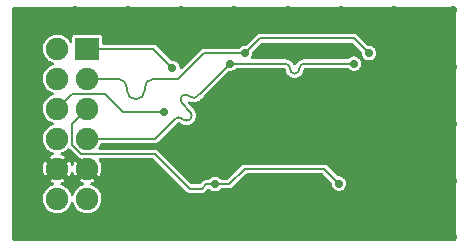
<source format=gbr>
%TF.GenerationSoftware,KiCad,Pcbnew,6.0.0*%
%TF.CreationDate,2022-09-24T12:18:35+02:00*%
%TF.ProjectId,pmod-flash,706d6f64-2d66-46c6-9173-682e6b696361,1*%
%TF.SameCoordinates,Original*%
%TF.FileFunction,Copper,L2,Bot*%
%TF.FilePolarity,Positive*%
%FSLAX46Y46*%
G04 Gerber Fmt 4.6, Leading zero omitted, Abs format (unit mm)*
G04 Created by KiCad (PCBNEW 6.0.0) date 2022-09-24 12:18:35*
%MOMM*%
%LPD*%
G01*
G04 APERTURE LIST*
%TA.AperFunction,ComponentPad*%
%ADD10R,2.000000X1.900000*%
%TD*%
%TA.AperFunction,ComponentPad*%
%ADD11C,1.900000*%
%TD*%
%TA.AperFunction,ViaPad*%
%ADD12C,0.711200*%
%TD*%
%TA.AperFunction,Conductor*%
%ADD13C,0.203200*%
%TD*%
%TA.AperFunction,Conductor*%
%ADD14C,0.406400*%
%TD*%
G04 APERTURE END LIST*
D10*
%TO.P,P1,1,IO1*%
%TO.N,PMOD_CS*%
X136040000Y-98650000D03*
D11*
%TO.P,P1,2,IO2*%
%TO.N,PMOD_MOSI*%
X136040000Y-101190000D03*
%TO.P,P1,3,IO3*%
%TO.N,PMOD_MISO*%
X136040000Y-103730000D03*
%TO.P,P1,4,IO4*%
%TO.N,PMOD_SCK*%
X136040000Y-106270000D03*
%TO.P,P1,5*%
%TO.N,GND*%
X136040000Y-108810000D03*
%TO.P,P1,6*%
%TO.N,+VPMOD*%
X136040000Y-111350000D03*
%TO.P,P1,7,IO5*%
%TO.N,unconnected-(P1-Pad7)*%
X133500000Y-98650000D03*
%TO.P,P1,8,IO6*%
%TO.N,unconnected-(P1-Pad8)*%
X133500000Y-101190000D03*
%TO.P,P1,9,IO7*%
%TO.N,PMOD_CS2*%
X133500000Y-103730000D03*
%TO.P,P1,10,IO8*%
%TO.N,unconnected-(P1-Pad10)*%
X133500000Y-106270000D03*
%TO.P,P1,11*%
%TO.N,GND*%
X133500000Y-108810000D03*
%TO.P,P1,12*%
%TO.N,+VPMOD*%
X133500000Y-111350000D03*
%TD*%
D12*
%TO.N,PMOD_CS*%
X143250000Y-100250000D03*
%TO.N,PMOD_MOSI*%
X149410000Y-99000000D03*
X159900000Y-99000000D03*
%TO.N,PMOD_MISO*%
X146860000Y-110100000D03*
X157360000Y-110050000D03*
%TO.N,PMOD_SCK*%
X148140000Y-99900000D03*
X158630000Y-99900000D03*
%TO.N,GND*%
X130250000Y-114000000D03*
X157500000Y-95400000D03*
X144000000Y-95400000D03*
X130250000Y-96000000D03*
X167000000Y-109800000D03*
X135000000Y-95400000D03*
X167000000Y-100200000D03*
X148500000Y-114600000D03*
X167000000Y-114600000D03*
X167000000Y-105000000D03*
X162000000Y-95400000D03*
X144000000Y-114600000D03*
X130250000Y-105000000D03*
X149400000Y-110100000D03*
X139500000Y-95400000D03*
X162000000Y-114600000D03*
X153000000Y-114600000D03*
X130250000Y-109800000D03*
X153700000Y-99000000D03*
X130250000Y-100200000D03*
X153000000Y-95400000D03*
X157500000Y-114600000D03*
X167000000Y-95400000D03*
X139500000Y-114600000D03*
X143250000Y-99000000D03*
X148500000Y-95400000D03*
%TO.N,PMOD_CS2*%
X142500000Y-104000000D03*
%TD*%
D13*
%TO.N,PMOD_CS*%
X136040000Y-98650000D02*
X141650000Y-98650000D01*
X141650000Y-98650000D02*
X143250000Y-100250000D01*
%TO.N,PMOD_MOSI*%
X141650000Y-101190000D02*
X143740000Y-101190000D01*
X149410000Y-99000000D02*
X150640000Y-97770000D01*
X150640000Y-97770000D02*
X158670000Y-97770000D01*
X140900000Y-102171707D02*
X140900000Y-101940000D01*
X145930000Y-99000000D02*
X149410000Y-99000000D01*
X139400000Y-101940000D02*
X139400000Y-102171707D01*
X136040000Y-101190000D02*
X138650000Y-101190000D01*
X143740000Y-101190000D02*
X145930000Y-99000000D01*
X158670000Y-97770000D02*
X159900000Y-99000000D01*
X139400000Y-101940000D02*
G75*
G03*
X138650000Y-101190000I-750000J0D01*
G01*
X141650000Y-101190000D02*
G75*
G03*
X140900000Y-101940000I0J-750000D01*
G01*
X140150000Y-102921707D02*
G75*
G02*
X139400000Y-102171707I0J750000D01*
G01*
X140900000Y-102171707D02*
G75*
G02*
X140150000Y-102921707I-750000J0D01*
G01*
%TO.N,PMOD_MISO*%
X156120000Y-108810000D02*
X157360000Y-110050000D01*
X136040000Y-103730000D02*
X134770000Y-105000000D01*
X141770000Y-107540000D02*
X144710000Y-110480000D01*
X135520000Y-107540000D02*
X141770000Y-107540000D01*
X144710000Y-110480000D02*
X145760000Y-110480000D01*
X145760000Y-110480000D02*
X146140000Y-110100000D01*
X149360000Y-108810000D02*
X156120000Y-108810000D01*
X148070000Y-110100000D02*
X149360000Y-108810000D01*
X134770000Y-106790000D02*
X135520000Y-107540000D01*
X146140000Y-110100000D02*
X148070000Y-110100000D01*
X134770000Y-105000000D02*
X134770000Y-106790000D01*
%TO.N,PMOD_SCK*%
X154000000Y-100348363D02*
X154000000Y-100300000D01*
X144768418Y-104605626D02*
X144768419Y-104605626D01*
X145374191Y-102665811D02*
X145374193Y-102665810D01*
X144768419Y-103969228D02*
X144768419Y-103969229D01*
X144707168Y-102635184D02*
X144737795Y-102665811D01*
X148140000Y-99900000D02*
X152800000Y-99900000D01*
X144707170Y-102635183D02*
X144707168Y-102635184D01*
X141770000Y-106270000D02*
X143465000Y-104575000D01*
X145374193Y-102665810D02*
X145660632Y-102379368D01*
X136040000Y-106270000D02*
X141770000Y-106270000D01*
X144768419Y-103969229D02*
X144070771Y-103271581D01*
X144070770Y-102635184D02*
X144070772Y-102635183D01*
X154450000Y-99900000D02*
X158630000Y-99900000D01*
X144101396Y-104575000D02*
X144132022Y-104605626D01*
X145660632Y-102379368D02*
X148140000Y-99900000D01*
X153200000Y-100300000D02*
X153200000Y-100348363D01*
X154400000Y-99900000D02*
X154450000Y-99900000D01*
X144707169Y-102635184D02*
G75*
G03*
X144070773Y-102635184I-318198J-318203D01*
G01*
X144768419Y-103969228D02*
G75*
G02*
X144768419Y-104605626I-318200J-318199D01*
G01*
X144070770Y-102635184D02*
G75*
G03*
X144070771Y-103271581I318201J-318198D01*
G01*
X145374190Y-102665810D02*
G75*
G02*
X144737796Y-102665810I-318197J318197D01*
G01*
X154000000Y-100348363D02*
G75*
G02*
X153600000Y-100748363I-399999J-1D01*
G01*
X144101395Y-104575001D02*
G75*
G03*
X143465001Y-104575001I-318197J-318197D01*
G01*
X144768417Y-104605625D02*
G75*
G02*
X144132023Y-104605625I-318197J318197D01*
G01*
X153200000Y-100300000D02*
G75*
G03*
X152800000Y-99900000I-399999J1D01*
G01*
X154400000Y-99900000D02*
G75*
G03*
X154000000Y-100300000I-1J-399999D01*
G01*
X153600000Y-100748363D02*
G75*
G02*
X153200000Y-100348363I-1J399999D01*
G01*
D14*
%TO.N,GND*%
X167000000Y-105000000D02*
X167000000Y-95400000D01*
X130250000Y-109800000D02*
X130250000Y-114000000D01*
X167000000Y-114600000D02*
X148500000Y-114600000D01*
X167000000Y-105000000D02*
X167000000Y-109800000D01*
X130250000Y-96000000D02*
X130250000Y-100200000D01*
X130250000Y-105000000D02*
X130250000Y-106620000D01*
X130940000Y-107310000D02*
X132000000Y-107310000D01*
X130250000Y-109800000D02*
X132510000Y-109800000D01*
X130250000Y-106620000D02*
X130940000Y-107310000D01*
X130850000Y-95400000D02*
X130250000Y-96000000D01*
X132510000Y-109800000D02*
X133500000Y-108810000D01*
X132000000Y-107310000D02*
X133500000Y-108810000D01*
X133500000Y-108810000D02*
X134770000Y-110080000D01*
X148500000Y-114600000D02*
X130850000Y-114600000D01*
X167000000Y-95400000D02*
X148500000Y-95400000D01*
X130250000Y-108000000D02*
X130940000Y-107310000D01*
X148500000Y-111000000D02*
X149400000Y-110100000D01*
X130850000Y-114600000D02*
X130250000Y-114000000D01*
X130250000Y-109800000D02*
X130250000Y-108000000D01*
X148500000Y-114600000D02*
X148500000Y-111000000D01*
X130250000Y-100200000D02*
X130250000Y-105000000D01*
X136040000Y-108810000D02*
X134770000Y-110080000D01*
X148500000Y-95400000D02*
X130850000Y-95400000D01*
X167000000Y-109800000D02*
X167000000Y-114600000D01*
D13*
%TO.N,PMOD_CS2*%
X134770000Y-102460000D02*
X137530000Y-102460000D01*
X137530000Y-102460000D02*
X139070000Y-104000000D01*
X139070000Y-104000000D02*
X142500000Y-104000000D01*
X133500000Y-103730000D02*
X134770000Y-102460000D01*
%TD*%
%TA.AperFunction,Conductor*%
%TO.N,GND*%
G36*
X167238121Y-95114002D02*
G01*
X167284614Y-95167658D01*
X167296000Y-95220000D01*
X167296000Y-114780000D01*
X167275998Y-114848121D01*
X167222342Y-114894614D01*
X167170000Y-114906000D01*
X129830000Y-114906000D01*
X129761879Y-114885998D01*
X129715386Y-114832342D01*
X129704000Y-114780000D01*
X129704000Y-111318335D01*
X132290755Y-111318335D01*
X132305233Y-111539233D01*
X132359724Y-111753793D01*
X132452404Y-111954830D01*
X132580167Y-112135611D01*
X132738736Y-112290082D01*
X132743532Y-112293287D01*
X132743535Y-112293289D01*
X132818253Y-112343214D01*
X132922800Y-112413070D01*
X132928103Y-112415348D01*
X132928106Y-112415350D01*
X133014008Y-112452256D01*
X133126195Y-112500455D01*
X133205673Y-112518439D01*
X133336471Y-112548036D01*
X133336476Y-112548037D01*
X133342108Y-112549311D01*
X133347879Y-112549538D01*
X133347881Y-112549538D01*
X133415501Y-112552195D01*
X133563309Y-112558002D01*
X133691908Y-112539356D01*
X133776668Y-112527067D01*
X133776672Y-112527066D01*
X133782390Y-112526237D01*
X133787862Y-112524379D01*
X133787864Y-112524379D01*
X133986545Y-112456935D01*
X133992013Y-112455079D01*
X134185159Y-112346912D01*
X134355359Y-112205359D01*
X134496912Y-112035159D01*
X134605079Y-111842013D01*
X134649711Y-111710533D01*
X134690548Y-111652457D01*
X134756301Y-111625679D01*
X134826094Y-111638700D01*
X134877767Y-111687387D01*
X134891147Y-111720021D01*
X134899724Y-111753793D01*
X134992404Y-111954830D01*
X135120167Y-112135611D01*
X135278736Y-112290082D01*
X135283532Y-112293287D01*
X135283535Y-112293289D01*
X135358253Y-112343214D01*
X135462800Y-112413070D01*
X135468103Y-112415348D01*
X135468106Y-112415350D01*
X135554008Y-112452256D01*
X135666195Y-112500455D01*
X135745673Y-112518439D01*
X135876471Y-112548036D01*
X135876476Y-112548037D01*
X135882108Y-112549311D01*
X135887879Y-112549538D01*
X135887881Y-112549538D01*
X135955501Y-112552195D01*
X136103309Y-112558002D01*
X136231908Y-112539356D01*
X136316668Y-112527067D01*
X136316672Y-112527066D01*
X136322390Y-112526237D01*
X136327862Y-112524379D01*
X136327864Y-112524379D01*
X136526545Y-112456935D01*
X136532013Y-112455079D01*
X136725159Y-112346912D01*
X136895359Y-112205359D01*
X137036912Y-112035159D01*
X137145079Y-111842013D01*
X137216237Y-111632390D01*
X137248002Y-111413309D01*
X137249660Y-111350000D01*
X137229404Y-111129557D01*
X137220645Y-111098498D01*
X137170884Y-110922061D01*
X137169315Y-110916497D01*
X137071405Y-110717954D01*
X137041755Y-110678247D01*
X136942406Y-110545203D01*
X136942405Y-110545202D01*
X136938953Y-110540579D01*
X136934717Y-110536663D01*
X136780634Y-110394231D01*
X136780632Y-110394229D01*
X136776394Y-110390312D01*
X136589174Y-110272185D01*
X136395794Y-110195034D01*
X136339934Y-110151213D01*
X136316634Y-110084149D01*
X136333290Y-110015134D01*
X136384614Y-109966079D01*
X136401983Y-109958691D01*
X136526341Y-109916477D01*
X136536844Y-109911801D01*
X136678568Y-109832433D01*
X136688431Y-109822356D01*
X136685476Y-109814686D01*
X136052812Y-109182022D01*
X136038868Y-109174408D01*
X136037035Y-109174539D01*
X136030420Y-109178790D01*
X135400045Y-109809165D01*
X135393849Y-109820512D01*
X135403729Y-109832999D01*
X135458239Y-109869421D01*
X135468344Y-109874908D01*
X135661049Y-109957700D01*
X135673135Y-109961627D01*
X135731742Y-110001698D01*
X135759381Y-110067094D01*
X135747277Y-110137051D01*
X135699273Y-110189359D01*
X135677814Y-110199673D01*
X135574410Y-110237821D01*
X135519228Y-110258179D01*
X135514267Y-110261131D01*
X135514266Y-110261131D01*
X135361108Y-110352251D01*
X135328980Y-110371365D01*
X135162544Y-110517325D01*
X135158977Y-110521850D01*
X135158972Y-110521855D01*
X135085299Y-110615310D01*
X135025494Y-110691172D01*
X135022805Y-110696283D01*
X135022803Y-110696286D01*
X134984700Y-110768708D01*
X134922420Y-110887083D01*
X134920707Y-110892601D01*
X134920703Y-110892611D01*
X134890615Y-110989508D01*
X134851312Y-111048634D01*
X134786283Y-111077124D01*
X134716174Y-111065934D01*
X134663244Y-111018617D01*
X134649014Y-110986345D01*
X134630884Y-110922061D01*
X134629315Y-110916497D01*
X134531405Y-110717954D01*
X134501755Y-110678247D01*
X134402406Y-110545203D01*
X134402405Y-110545202D01*
X134398953Y-110540579D01*
X134394717Y-110536663D01*
X134240634Y-110394231D01*
X134240632Y-110394229D01*
X134236394Y-110390312D01*
X134049174Y-110272185D01*
X133855794Y-110195034D01*
X133799934Y-110151213D01*
X133776634Y-110084149D01*
X133793290Y-110015134D01*
X133844614Y-109966079D01*
X133861983Y-109958691D01*
X133986341Y-109916477D01*
X133996844Y-109911801D01*
X134138568Y-109832433D01*
X134148431Y-109822356D01*
X134145476Y-109814686D01*
X133512812Y-109182022D01*
X133498868Y-109174408D01*
X133497035Y-109174539D01*
X133490420Y-109178790D01*
X132860045Y-109809165D01*
X132853849Y-109820512D01*
X132863729Y-109832999D01*
X132918239Y-109869421D01*
X132928344Y-109874908D01*
X133121049Y-109957700D01*
X133133135Y-109961627D01*
X133191742Y-110001698D01*
X133219381Y-110067094D01*
X133207277Y-110137051D01*
X133159273Y-110189359D01*
X133137814Y-110199673D01*
X133034410Y-110237821D01*
X132979228Y-110258179D01*
X132974267Y-110261131D01*
X132974266Y-110261131D01*
X132821108Y-110352251D01*
X132788980Y-110371365D01*
X132622544Y-110517325D01*
X132618977Y-110521850D01*
X132618972Y-110521855D01*
X132545299Y-110615310D01*
X132485494Y-110691172D01*
X132482805Y-110696283D01*
X132482803Y-110696286D01*
X132444700Y-110768708D01*
X132382420Y-110887083D01*
X132316774Y-111098498D01*
X132316095Y-111104233D01*
X132316095Y-111104234D01*
X132313098Y-111129557D01*
X132290755Y-111318335D01*
X129704000Y-111318335D01*
X129704000Y-108784114D01*
X132291634Y-108784114D01*
X132305351Y-108993386D01*
X132307152Y-109004756D01*
X132358775Y-109208025D01*
X132362616Y-109218872D01*
X132450418Y-109409331D01*
X132456172Y-109419297D01*
X132476906Y-109448634D01*
X132487495Y-109457022D01*
X132500796Y-109449994D01*
X133127978Y-108822812D01*
X133134356Y-108811132D01*
X133864408Y-108811132D01*
X133864539Y-108812965D01*
X133868790Y-108819580D01*
X134500770Y-109451560D01*
X134513150Y-109458320D01*
X134519730Y-109453394D01*
X134601801Y-109306844D01*
X134606477Y-109296341D01*
X134649780Y-109168775D01*
X134690617Y-109110698D01*
X134756370Y-109083920D01*
X134826162Y-109096941D01*
X134877835Y-109145628D01*
X134891216Y-109178262D01*
X134898774Y-109208023D01*
X134902616Y-109218872D01*
X134990418Y-109409331D01*
X134996172Y-109419297D01*
X135016906Y-109448634D01*
X135027495Y-109457022D01*
X135040796Y-109449994D01*
X135667978Y-108822812D01*
X135675592Y-108808868D01*
X135675461Y-108807035D01*
X135671210Y-108800420D01*
X135037458Y-108166668D01*
X135025078Y-108159908D01*
X135019112Y-108164374D01*
X134925573Y-108342163D01*
X134921174Y-108352786D01*
X134890594Y-108451269D01*
X134851291Y-108510394D01*
X134786261Y-108538885D01*
X134716152Y-108527695D01*
X134663222Y-108480378D01*
X134648992Y-108448108D01*
X134630413Y-108382233D01*
X134626292Y-108371497D01*
X134533534Y-108183403D01*
X134527517Y-108173583D01*
X134524723Y-108169842D01*
X134513464Y-108161392D01*
X134501046Y-108168164D01*
X133872022Y-108797188D01*
X133864408Y-108811132D01*
X133134356Y-108811132D01*
X133135592Y-108808868D01*
X133135461Y-108807035D01*
X133131210Y-108800420D01*
X132497458Y-108166668D01*
X132485078Y-108159908D01*
X132479112Y-108164374D01*
X132385573Y-108342163D01*
X132381170Y-108352796D01*
X132318977Y-108553087D01*
X132316587Y-108564331D01*
X132291935Y-108772613D01*
X132291634Y-108784114D01*
X129704000Y-108784114D01*
X129704000Y-106238335D01*
X132290755Y-106238335D01*
X132305233Y-106459233D01*
X132359724Y-106673793D01*
X132452404Y-106874830D01*
X132580167Y-107055611D01*
X132738736Y-107210082D01*
X132743532Y-107213287D01*
X132743535Y-107213289D01*
X132886590Y-107308875D01*
X132922800Y-107333070D01*
X132928103Y-107335348D01*
X132928106Y-107335350D01*
X133008514Y-107369896D01*
X133126195Y-107420455D01*
X133131827Y-107421729D01*
X133133143Y-107422157D01*
X133191750Y-107462228D01*
X133219389Y-107527624D01*
X133207285Y-107597581D01*
X133159281Y-107649889D01*
X133137822Y-107660203D01*
X132984860Y-107716634D01*
X132974482Y-107721584D01*
X132862343Y-107788300D01*
X132852745Y-107798633D01*
X132856231Y-107807021D01*
X133487188Y-108437978D01*
X133501132Y-108445592D01*
X133502965Y-108445461D01*
X133509580Y-108441210D01*
X134139885Y-107810905D01*
X134146645Y-107798525D01*
X134140615Y-107790470D01*
X134053830Y-107735713D01*
X134043582Y-107730492D01*
X133855780Y-107655567D01*
X133799921Y-107611746D01*
X133776620Y-107544682D01*
X133793276Y-107475667D01*
X133844600Y-107426613D01*
X133861968Y-107419224D01*
X133986545Y-107376935D01*
X133992013Y-107375079D01*
X134185159Y-107266912D01*
X134355359Y-107125359D01*
X134378927Y-107097022D01*
X134437862Y-107057438D01*
X134508844Y-107056001D01*
X134564895Y-107088496D01*
X135231832Y-107755433D01*
X135244504Y-107771122D01*
X135247324Y-107774222D01*
X135252975Y-107782974D01*
X135261153Y-107789421D01*
X135261154Y-107789422D01*
X135277367Y-107802203D01*
X135281397Y-107805784D01*
X135281480Y-107805686D01*
X135285437Y-107809039D01*
X135289118Y-107812720D01*
X135293350Y-107815744D01*
X135293352Y-107815746D01*
X135303711Y-107823149D01*
X135308456Y-107826712D01*
X135337895Y-107849920D01*
X135337897Y-107849921D01*
X135346075Y-107856368D01*
X135354180Y-107859214D01*
X135361171Y-107864210D01*
X135396462Y-107874764D01*
X135407071Y-107877937D01*
X135412715Y-107879771D01*
X135450451Y-107893023D01*
X135450459Y-107893025D01*
X135457584Y-107895527D01*
X135457586Y-107895528D01*
X135457928Y-107895648D01*
X135457908Y-107895704D01*
X135517217Y-107928007D01*
X137040770Y-109451560D01*
X137053150Y-109458320D01*
X137059730Y-109453394D01*
X137141801Y-109306844D01*
X137146477Y-109296341D01*
X137213893Y-109097741D01*
X137216578Y-109086558D01*
X137246968Y-108876956D01*
X137247598Y-108869573D01*
X137249061Y-108813704D01*
X137248818Y-108806305D01*
X137229440Y-108595402D01*
X137227343Y-108584088D01*
X137170414Y-108382236D01*
X137166292Y-108371497D01*
X137073532Y-108183398D01*
X137067522Y-108173589D01*
X137010695Y-108097489D01*
X136985963Y-108030939D01*
X137001138Y-107961583D01*
X137051400Y-107911440D01*
X137111653Y-107896100D01*
X141570309Y-107896100D01*
X141638430Y-107916102D01*
X141659404Y-107933005D01*
X143129067Y-109402669D01*
X144421833Y-110695435D01*
X144434505Y-110711125D01*
X144437327Y-110714226D01*
X144442975Y-110722974D01*
X144451153Y-110729421D01*
X144467367Y-110742203D01*
X144471397Y-110745784D01*
X144471480Y-110745686D01*
X144475437Y-110749039D01*
X144479118Y-110752720D01*
X144483350Y-110755744D01*
X144483352Y-110755746D01*
X144493711Y-110763149D01*
X144498456Y-110766712D01*
X144527895Y-110789920D01*
X144527897Y-110789921D01*
X144536075Y-110796368D01*
X144544180Y-110799214D01*
X144551171Y-110804210D01*
X144592648Y-110816614D01*
X144597062Y-110817934D01*
X144602707Y-110819768D01*
X144640447Y-110833021D01*
X144640450Y-110833022D01*
X144647929Y-110835648D01*
X144653148Y-110836100D01*
X144655859Y-110836100D01*
X144658136Y-110836198D01*
X144658585Y-110836333D01*
X144658583Y-110836387D01*
X144658816Y-110836402D01*
X144664752Y-110838177D01*
X144715150Y-110836197D01*
X144720096Y-110836100D01*
X145708572Y-110836100D01*
X145728621Y-110838234D01*
X145732811Y-110838432D01*
X145742993Y-110840624D01*
X145773840Y-110836973D01*
X145779215Y-110836656D01*
X145779204Y-110836528D01*
X145784382Y-110836100D01*
X145789584Y-110836100D01*
X145800919Y-110834213D01*
X145807243Y-110833161D01*
X145813115Y-110832326D01*
X145850374Y-110827916D01*
X145850381Y-110827914D01*
X145860722Y-110826690D01*
X145868468Y-110822970D01*
X145876942Y-110821560D01*
X145916188Y-110800384D01*
X145919109Y-110798808D01*
X145924396Y-110796115D01*
X145960442Y-110778805D01*
X145960445Y-110778803D01*
X145967590Y-110775372D01*
X145971600Y-110772001D01*
X145973538Y-110770063D01*
X145975189Y-110768548D01*
X145975599Y-110768327D01*
X145975637Y-110768369D01*
X145975820Y-110768208D01*
X145981274Y-110765265D01*
X145992871Y-110752720D01*
X146015518Y-110728220D01*
X146018948Y-110724653D01*
X146229800Y-110513802D01*
X146292112Y-110479777D01*
X146362928Y-110484842D01*
X146403693Y-110509704D01*
X146503985Y-110600962D01*
X146633758Y-110671423D01*
X146776592Y-110708895D01*
X146853379Y-110710101D01*
X146916643Y-110711095D01*
X146916646Y-110711095D01*
X146924241Y-110711214D01*
X146993136Y-110695435D01*
X147060779Y-110679943D01*
X147060783Y-110679942D01*
X147068182Y-110678247D01*
X147102049Y-110661214D01*
X147193321Y-110615310D01*
X147193324Y-110615308D01*
X147200104Y-110611898D01*
X147312391Y-110515995D01*
X147316825Y-110509824D01*
X147316830Y-110509819D01*
X147317727Y-110508570D01*
X147318612Y-110507880D01*
X147321962Y-110504237D01*
X147322569Y-110504796D01*
X147373723Y-110464924D01*
X147420046Y-110456100D01*
X148018572Y-110456100D01*
X148038621Y-110458234D01*
X148042811Y-110458432D01*
X148052993Y-110460624D01*
X148083840Y-110456973D01*
X148089215Y-110456656D01*
X148089204Y-110456528D01*
X148094382Y-110456100D01*
X148099584Y-110456100D01*
X148110919Y-110454213D01*
X148117243Y-110453161D01*
X148123115Y-110452326D01*
X148160374Y-110447916D01*
X148160381Y-110447914D01*
X148170722Y-110446690D01*
X148178468Y-110442970D01*
X148186942Y-110441560D01*
X148229109Y-110418808D01*
X148234396Y-110416115D01*
X148270442Y-110398805D01*
X148270445Y-110398803D01*
X148277590Y-110395372D01*
X148281600Y-110392001D01*
X148283538Y-110390063D01*
X148285189Y-110388548D01*
X148285599Y-110388327D01*
X148285637Y-110388369D01*
X148285820Y-110388208D01*
X148291274Y-110385265D01*
X148325532Y-110348205D01*
X148328962Y-110344639D01*
X149470596Y-109203005D01*
X149532908Y-109168979D01*
X149559691Y-109166100D01*
X155920308Y-109166100D01*
X155988429Y-109186102D01*
X156009404Y-109203005D01*
X156713675Y-109907277D01*
X156747700Y-109969589D01*
X156749501Y-110012817D01*
X156745453Y-110043564D01*
X156761657Y-110190340D01*
X156764267Y-110197472D01*
X156790825Y-110270045D01*
X156812404Y-110329014D01*
X156816640Y-110335317D01*
X156816640Y-110335318D01*
X156889995Y-110444481D01*
X156894765Y-110451580D01*
X156900384Y-110456693D01*
X156900385Y-110456694D01*
X156992574Y-110540579D01*
X157003985Y-110550962D01*
X157133758Y-110621423D01*
X157276592Y-110658895D01*
X157353379Y-110660101D01*
X157416643Y-110661095D01*
X157416646Y-110661095D01*
X157424241Y-110661214D01*
X157476036Y-110649351D01*
X157560779Y-110629943D01*
X157560783Y-110629942D01*
X157568182Y-110628247D01*
X157610493Y-110606967D01*
X157693321Y-110565310D01*
X157693324Y-110565308D01*
X157700104Y-110561898D01*
X157790324Y-110484842D01*
X157806613Y-110470930D01*
X157812391Y-110465995D01*
X157898561Y-110346077D01*
X157953640Y-110209065D01*
X157963889Y-110137051D01*
X157973865Y-110066955D01*
X157973865Y-110066952D01*
X157974446Y-110062871D01*
X157974581Y-110050000D01*
X157956841Y-109903402D01*
X157904644Y-109765267D01*
X157886850Y-109739376D01*
X157825306Y-109649829D01*
X157825305Y-109649827D01*
X157821004Y-109643570D01*
X157710750Y-109545337D01*
X157704040Y-109541784D01*
X157586957Y-109479792D01*
X157586955Y-109479791D01*
X157580246Y-109476239D01*
X157533340Y-109464457D01*
X157444398Y-109442116D01*
X157444394Y-109442116D01*
X157437027Y-109440265D01*
X157429428Y-109440225D01*
X157429426Y-109440225D01*
X157304706Y-109439572D01*
X157236691Y-109419214D01*
X157216270Y-109402669D01*
X156818358Y-109004756D01*
X156408165Y-108594563D01*
X156395502Y-108578883D01*
X156392674Y-108575775D01*
X156387025Y-108567026D01*
X156362633Y-108547797D01*
X156358603Y-108544216D01*
X156358520Y-108544314D01*
X156354563Y-108540961D01*
X156350882Y-108537280D01*
X156346648Y-108534254D01*
X156336289Y-108526851D01*
X156331544Y-108523288D01*
X156302105Y-108500080D01*
X156302103Y-108500079D01*
X156293925Y-108493632D01*
X156285820Y-108490786D01*
X156278829Y-108485790D01*
X156232938Y-108472066D01*
X156227293Y-108470232D01*
X156189553Y-108456979D01*
X156189550Y-108456978D01*
X156182071Y-108454352D01*
X156176852Y-108453900D01*
X156174141Y-108453900D01*
X156171864Y-108453802D01*
X156171415Y-108453667D01*
X156171417Y-108453613D01*
X156171184Y-108453598D01*
X156165248Y-108451823D01*
X156115385Y-108453782D01*
X156114850Y-108453803D01*
X156109904Y-108453900D01*
X149411422Y-108453900D01*
X149391389Y-108451768D01*
X149387191Y-108451570D01*
X149377006Y-108449377D01*
X149366664Y-108450601D01*
X149346167Y-108453027D01*
X149340785Y-108453344D01*
X149340796Y-108453472D01*
X149335618Y-108453900D01*
X149330416Y-108453900D01*
X149319081Y-108455787D01*
X149312739Y-108456842D01*
X149306867Y-108457677D01*
X149269625Y-108462085D01*
X149269618Y-108462087D01*
X149259277Y-108463311D01*
X149251534Y-108467029D01*
X149243058Y-108468440D01*
X149200874Y-108491202D01*
X149195611Y-108493883D01*
X149152409Y-108514628D01*
X149148399Y-108517999D01*
X149146460Y-108519938D01*
X149144808Y-108521453D01*
X149144400Y-108521673D01*
X149144362Y-108521632D01*
X149144181Y-108521792D01*
X149138726Y-108524735D01*
X149131658Y-108532382D01*
X149131657Y-108532382D01*
X149104481Y-108561781D01*
X149101051Y-108565347D01*
X147959403Y-109706995D01*
X147897091Y-109741021D01*
X147870308Y-109743900D01*
X147421050Y-109743900D01*
X147352929Y-109723898D01*
X147326536Y-109701225D01*
X147325307Y-109699831D01*
X147321004Y-109693570D01*
X147210750Y-109595337D01*
X147203866Y-109591692D01*
X147086957Y-109529792D01*
X147086955Y-109529791D01*
X147080246Y-109526239D01*
X147033340Y-109514457D01*
X146944398Y-109492116D01*
X146944394Y-109492116D01*
X146937027Y-109490265D01*
X146929428Y-109490225D01*
X146929426Y-109490225D01*
X146867798Y-109489903D01*
X146789362Y-109489492D01*
X146781982Y-109491264D01*
X146781980Y-109491264D01*
X146653153Y-109522192D01*
X146653149Y-109522193D01*
X146645774Y-109523964D01*
X146514554Y-109591692D01*
X146403277Y-109688765D01*
X146398907Y-109694983D01*
X146393827Y-109700625D01*
X146391685Y-109698697D01*
X146346626Y-109734583D01*
X146299076Y-109743900D01*
X146191428Y-109743900D01*
X146171379Y-109741766D01*
X146167189Y-109741568D01*
X146157007Y-109739376D01*
X146146666Y-109740600D01*
X146126162Y-109743027D01*
X146120784Y-109743344D01*
X146120795Y-109743472D01*
X146115615Y-109743900D01*
X146110416Y-109743900D01*
X146105292Y-109744753D01*
X146105279Y-109744754D01*
X146092742Y-109746841D01*
X146086867Y-109747677D01*
X146049625Y-109752085D01*
X146049618Y-109752087D01*
X146039277Y-109753311D01*
X146031534Y-109757029D01*
X146023058Y-109758440D01*
X146013897Y-109763383D01*
X145980886Y-109781194D01*
X145975600Y-109783887D01*
X145939558Y-109801195D01*
X145939555Y-109801197D01*
X145932410Y-109804628D01*
X145928400Y-109807999D01*
X145926462Y-109809937D01*
X145924811Y-109811452D01*
X145924401Y-109811673D01*
X145924363Y-109811631D01*
X145924180Y-109811792D01*
X145918726Y-109814735D01*
X145911658Y-109822381D01*
X145911657Y-109822382D01*
X145884482Y-109851780D01*
X145881052Y-109855347D01*
X145649402Y-110086996D01*
X145587090Y-110121021D01*
X145560307Y-110123900D01*
X144909691Y-110123900D01*
X144841570Y-110103898D01*
X144820596Y-110086995D01*
X142058167Y-107324565D01*
X142045495Y-107308875D01*
X142042673Y-107305774D01*
X142037025Y-107297026D01*
X142012633Y-107277797D01*
X142008603Y-107274216D01*
X142008520Y-107274314D01*
X142004563Y-107270961D01*
X142000882Y-107267280D01*
X141996648Y-107264254D01*
X141986289Y-107256851D01*
X141981544Y-107253288D01*
X141952105Y-107230080D01*
X141952103Y-107230079D01*
X141943925Y-107223632D01*
X141935820Y-107220786D01*
X141928829Y-107215790D01*
X141882938Y-107202066D01*
X141877293Y-107200232D01*
X141839553Y-107186979D01*
X141839550Y-107186978D01*
X141832071Y-107184352D01*
X141826852Y-107183900D01*
X141824141Y-107183900D01*
X141821864Y-107183802D01*
X141821415Y-107183667D01*
X141821417Y-107183613D01*
X141821184Y-107183598D01*
X141815248Y-107181823D01*
X141765385Y-107183782D01*
X141764850Y-107183803D01*
X141759904Y-107183900D01*
X137115346Y-107183900D01*
X137047225Y-107163898D01*
X137000732Y-107110242D01*
X136990628Y-107039968D01*
X137018470Y-106977333D01*
X137036912Y-106955159D01*
X137145079Y-106762013D01*
X137162193Y-106711598D01*
X137203031Y-106653522D01*
X137268784Y-106626744D01*
X137281506Y-106626100D01*
X141718572Y-106626100D01*
X141738621Y-106628234D01*
X141742811Y-106628432D01*
X141752993Y-106630624D01*
X141783840Y-106626973D01*
X141789215Y-106626656D01*
X141789204Y-106626528D01*
X141794382Y-106626100D01*
X141799584Y-106626100D01*
X141810919Y-106624213D01*
X141817243Y-106623161D01*
X141823115Y-106622326D01*
X141860374Y-106617916D01*
X141860381Y-106617914D01*
X141870722Y-106616690D01*
X141878468Y-106612970D01*
X141886942Y-106611560D01*
X141929109Y-106588808D01*
X141934396Y-106586115D01*
X141970442Y-106568805D01*
X141970445Y-106568803D01*
X141977590Y-106565372D01*
X141981600Y-106562001D01*
X141983538Y-106560063D01*
X141985189Y-106558548D01*
X141985599Y-106558327D01*
X141985637Y-106558369D01*
X141985820Y-106558208D01*
X141991274Y-106555265D01*
X142025532Y-106518205D01*
X142028961Y-106514640D01*
X143689967Y-104853635D01*
X143704977Y-104840811D01*
X143707404Y-104839048D01*
X143774264Y-104815175D01*
X143843419Y-104831240D01*
X143870581Y-104851873D01*
X143871257Y-104852549D01*
X143877082Y-104860566D01*
X143884470Y-104865934D01*
X143885429Y-104866721D01*
X143885832Y-104867124D01*
X143887326Y-104868278D01*
X144000209Y-104960918D01*
X144005670Y-104963837D01*
X144005673Y-104963839D01*
X144049718Y-104987381D01*
X144140247Y-105035769D01*
X144146172Y-105037566D01*
X144146176Y-105037568D01*
X144211340Y-105057335D01*
X144292197Y-105081863D01*
X144450220Y-105097427D01*
X144608243Y-105081863D01*
X144689100Y-105057335D01*
X144754264Y-105037568D01*
X144754268Y-105037566D01*
X144760193Y-105035769D01*
X144850722Y-104987381D01*
X144894767Y-104963839D01*
X144894770Y-104963837D01*
X144900231Y-104960918D01*
X144905014Y-104956992D01*
X144905018Y-104956990D01*
X144968227Y-104905116D01*
X144972384Y-104902326D01*
X144972300Y-104902218D01*
X144980527Y-104895836D01*
X144989693Y-104890891D01*
X144996761Y-104883245D01*
X144996765Y-104883242D01*
X144996796Y-104883208D01*
X145009392Y-104871333D01*
X145013115Y-104868278D01*
X145014605Y-104867127D01*
X145015011Y-104866721D01*
X145015970Y-104865934D01*
X145023358Y-104860566D01*
X145028713Y-104853196D01*
X145029523Y-104852209D01*
X145029921Y-104851811D01*
X145031066Y-104850329D01*
X145040323Y-104839049D01*
X145059410Y-104815793D01*
X145062889Y-104811799D01*
X145062921Y-104811750D01*
X145062961Y-104811716D01*
X145064254Y-104810232D01*
X145070166Y-104803836D01*
X145070167Y-104803835D01*
X145070170Y-104803831D01*
X145071164Y-104804750D01*
X145073257Y-104802972D01*
X145071269Y-104801341D01*
X145119785Y-104742224D01*
X145123712Y-104737439D01*
X145131316Y-104723214D01*
X145168103Y-104654390D01*
X145198564Y-104597401D01*
X145244657Y-104445450D01*
X145260221Y-104287427D01*
X145244657Y-104129404D01*
X145198564Y-103977453D01*
X145123712Y-103837415D01*
X145071158Y-103773378D01*
X145066097Y-103766440D01*
X145063791Y-103761639D01*
X145060420Y-103757629D01*
X145058480Y-103755689D01*
X145056968Y-103754041D01*
X145056746Y-103753630D01*
X145056788Y-103753592D01*
X145056628Y-103753411D01*
X145053684Y-103747954D01*
X145046005Y-103740855D01*
X145034134Y-103728263D01*
X145031049Y-103724505D01*
X145029921Y-103723044D01*
X145029528Y-103722651D01*
X145028713Y-103721658D01*
X145023359Y-103714289D01*
X145008414Y-103703431D01*
X144993386Y-103690594D01*
X144599977Y-103297185D01*
X144565951Y-103234873D01*
X144571016Y-103164058D01*
X144613563Y-103107222D01*
X144680083Y-103082411D01*
X144737288Y-103091680D01*
X144740558Y-103093034D01*
X144746020Y-103095954D01*
X144751945Y-103097751D01*
X144751949Y-103097753D01*
X144803452Y-103113376D01*
X144897970Y-103142048D01*
X145055993Y-103157612D01*
X145214016Y-103142048D01*
X145308534Y-103113376D01*
X145360037Y-103097753D01*
X145360041Y-103097751D01*
X145365966Y-103095954D01*
X145506004Y-103021103D01*
X145570027Y-102968561D01*
X145576981Y-102963488D01*
X145581785Y-102961181D01*
X145585795Y-102957810D01*
X145593617Y-102949988D01*
X145602779Y-102941683D01*
X145618732Y-102928591D01*
X145622837Y-102925419D01*
X145623115Y-102925136D01*
X145631539Y-102919013D01*
X145641655Y-102904611D01*
X145655666Y-102887938D01*
X145933353Y-102610248D01*
X147997319Y-100546283D01*
X148059631Y-100512258D01*
X148088390Y-100509394D01*
X148153769Y-100510421D01*
X148196644Y-100511095D01*
X148196647Y-100511095D01*
X148204241Y-100511214D01*
X148268119Y-100496584D01*
X148340779Y-100479943D01*
X148340783Y-100479942D01*
X148348182Y-100478247D01*
X148368954Y-100467800D01*
X148473321Y-100415310D01*
X148473324Y-100415308D01*
X148480104Y-100411898D01*
X148592391Y-100315995D01*
X148596825Y-100309824D01*
X148596830Y-100309819D01*
X148597727Y-100308570D01*
X148598612Y-100307880D01*
X148601962Y-100304237D01*
X148602569Y-100304796D01*
X148653723Y-100264924D01*
X148700046Y-100256100D01*
X152716955Y-100256100D01*
X152785076Y-100276102D01*
X152831569Y-100329758D01*
X152842348Y-100369750D01*
X152845422Y-100400962D01*
X152854840Y-100496584D01*
X152898075Y-100639110D01*
X152900991Y-100644565D01*
X152900992Y-100644568D01*
X152965366Y-100765003D01*
X152968284Y-100770462D01*
X153062770Y-100885593D01*
X153177901Y-100980079D01*
X153183359Y-100982996D01*
X153183360Y-100982997D01*
X153303795Y-101047371D01*
X153303798Y-101047372D01*
X153309253Y-101050288D01*
X153451779Y-101093523D01*
X153583267Y-101106473D01*
X153590615Y-101107416D01*
X153599999Y-101108902D01*
X153600001Y-101108902D01*
X153609385Y-101107416D01*
X153616733Y-101106473D01*
X153748221Y-101093523D01*
X153890747Y-101050288D01*
X153896202Y-101047372D01*
X153896205Y-101047371D01*
X154016640Y-100982997D01*
X154016641Y-100982996D01*
X154022099Y-100980079D01*
X154137230Y-100885593D01*
X154231716Y-100770462D01*
X154234634Y-100765003D01*
X154299008Y-100644568D01*
X154299009Y-100644565D01*
X154301925Y-100639110D01*
X154345160Y-100496584D01*
X154352109Y-100426027D01*
X154353664Y-100416085D01*
X154355648Y-100410434D01*
X154356100Y-100405215D01*
X154356100Y-100391692D01*
X154356707Y-100379338D01*
X154357652Y-100369746D01*
X154384237Y-100303915D01*
X154442192Y-100262907D01*
X154483045Y-100256100D01*
X158069026Y-100256100D01*
X158137147Y-100276102D01*
X158162345Y-100297979D01*
X158164765Y-100301580D01*
X158189603Y-100324181D01*
X158262312Y-100390340D01*
X158273985Y-100400962D01*
X158403758Y-100471423D01*
X158546592Y-100508895D01*
X158623379Y-100510101D01*
X158686643Y-100511095D01*
X158686646Y-100511095D01*
X158694241Y-100511214D01*
X158758119Y-100496584D01*
X158830779Y-100479943D01*
X158830783Y-100479942D01*
X158838182Y-100478247D01*
X158858954Y-100467800D01*
X158963321Y-100415310D01*
X158963324Y-100415308D01*
X158970104Y-100411898D01*
X159082391Y-100315995D01*
X159168561Y-100196077D01*
X159204260Y-100107275D01*
X159220805Y-100066118D01*
X159220806Y-100066116D01*
X159223640Y-100059065D01*
X159240708Y-99939137D01*
X159243865Y-99916955D01*
X159243865Y-99916952D01*
X159244446Y-99912871D01*
X159244581Y-99900000D01*
X159226841Y-99753402D01*
X159174644Y-99615267D01*
X159154567Y-99586055D01*
X159095306Y-99499829D01*
X159095305Y-99499827D01*
X159091004Y-99493570D01*
X159064822Y-99470242D01*
X158997006Y-99409821D01*
X158980750Y-99395337D01*
X158973866Y-99391692D01*
X158856957Y-99329792D01*
X158856955Y-99329791D01*
X158850246Y-99326239D01*
X158803340Y-99314457D01*
X158714398Y-99292116D01*
X158714394Y-99292116D01*
X158707027Y-99290265D01*
X158699428Y-99290225D01*
X158699426Y-99290225D01*
X158637798Y-99289903D01*
X158559362Y-99289492D01*
X158551982Y-99291264D01*
X158551980Y-99291264D01*
X158423153Y-99322192D01*
X158423149Y-99322193D01*
X158415774Y-99323964D01*
X158284554Y-99391692D01*
X158278832Y-99396684D01*
X158278830Y-99396685D01*
X158229592Y-99439638D01*
X158173277Y-99488765D01*
X158168907Y-99494983D01*
X158163827Y-99500625D01*
X158161685Y-99498697D01*
X158116626Y-99534583D01*
X158069076Y-99543900D01*
X154437946Y-99543900D01*
X154418235Y-99542349D01*
X154409794Y-99541012D01*
X154400001Y-99539461D01*
X154390208Y-99541012D01*
X154390106Y-99541012D01*
X154383264Y-99541890D01*
X154330001Y-99547136D01*
X154251779Y-99554840D01*
X154109253Y-99598075D01*
X154103798Y-99600991D01*
X154103795Y-99600992D01*
X154018630Y-99646514D01*
X153977901Y-99668284D01*
X153862770Y-99762770D01*
X153768284Y-99877901D01*
X153765367Y-99883359D01*
X153765366Y-99883360D01*
X153711122Y-99984844D01*
X153661370Y-100035492D01*
X153592133Y-100051202D01*
X153525394Y-100026986D01*
X153488878Y-99984844D01*
X153434634Y-99883360D01*
X153434633Y-99883359D01*
X153431716Y-99877901D01*
X153337230Y-99762770D01*
X153222099Y-99668284D01*
X153181370Y-99646514D01*
X153096205Y-99600992D01*
X153096202Y-99600991D01*
X153090747Y-99598075D01*
X152948221Y-99554840D01*
X152877664Y-99547891D01*
X152867722Y-99546336D01*
X152862071Y-99544352D01*
X152856852Y-99543900D01*
X152843329Y-99543900D01*
X152830981Y-99543293D01*
X152816735Y-99541890D01*
X152809894Y-99541012D01*
X152809792Y-99541012D01*
X152799999Y-99539461D01*
X152790206Y-99541012D01*
X152781765Y-99542349D01*
X152762054Y-99543900D01*
X150016178Y-99543900D01*
X149948057Y-99523898D01*
X149901564Y-99470242D01*
X149891460Y-99399968D01*
X149913856Y-99344374D01*
X149926887Y-99326239D01*
X149948561Y-99296077D01*
X150003640Y-99159065D01*
X150009876Y-99115244D01*
X150023865Y-99016955D01*
X150023865Y-99016952D01*
X150024446Y-99012871D01*
X150024581Y-99000000D01*
X150019967Y-98961873D01*
X150031640Y-98891845D01*
X150055959Y-98857642D01*
X150750596Y-98163005D01*
X150812908Y-98128979D01*
X150839691Y-98126100D01*
X158470309Y-98126100D01*
X158538430Y-98146102D01*
X158559404Y-98163005D01*
X159253674Y-98857275D01*
X159287700Y-98919587D01*
X159289501Y-98962816D01*
X159285453Y-98993564D01*
X159301657Y-99140340D01*
X159304267Y-99147472D01*
X159345280Y-99259546D01*
X159352404Y-99279014D01*
X159356640Y-99285317D01*
X159356640Y-99285318D01*
X159428121Y-99391692D01*
X159434765Y-99401580D01*
X159440384Y-99406693D01*
X159440385Y-99406694D01*
X159535861Y-99493570D01*
X159543985Y-99500962D01*
X159673758Y-99571423D01*
X159816592Y-99608895D01*
X159893379Y-99610101D01*
X159956643Y-99611095D01*
X159956646Y-99611095D01*
X159964241Y-99611214D01*
X160029455Y-99596278D01*
X160100779Y-99579943D01*
X160100783Y-99579942D01*
X160108182Y-99578247D01*
X160128954Y-99567800D01*
X160233321Y-99515310D01*
X160233324Y-99515308D01*
X160240104Y-99511898D01*
X160352391Y-99415995D01*
X160438561Y-99296077D01*
X160493640Y-99159065D01*
X160499876Y-99115244D01*
X160513865Y-99016955D01*
X160513865Y-99016952D01*
X160514446Y-99012871D01*
X160514581Y-99000000D01*
X160496841Y-98853402D01*
X160444644Y-98715267D01*
X160404153Y-98656352D01*
X160365306Y-98599829D01*
X160365305Y-98599827D01*
X160361004Y-98593570D01*
X160250750Y-98495337D01*
X160243866Y-98491692D01*
X160126957Y-98429792D01*
X160126955Y-98429791D01*
X160120246Y-98426239D01*
X160043756Y-98407026D01*
X159984398Y-98392116D01*
X159984394Y-98392116D01*
X159977027Y-98390265D01*
X159969428Y-98390225D01*
X159969426Y-98390225D01*
X159844706Y-98389572D01*
X159776691Y-98369214D01*
X159756270Y-98352669D01*
X158958165Y-97554563D01*
X158945502Y-97538883D01*
X158942674Y-97535775D01*
X158937025Y-97527026D01*
X158912633Y-97507797D01*
X158908603Y-97504216D01*
X158908520Y-97504314D01*
X158904563Y-97500961D01*
X158900882Y-97497280D01*
X158896648Y-97494254D01*
X158886289Y-97486851D01*
X158881544Y-97483288D01*
X158852105Y-97460080D01*
X158852103Y-97460079D01*
X158843925Y-97453632D01*
X158835820Y-97450786D01*
X158828829Y-97445790D01*
X158782938Y-97432066D01*
X158777293Y-97430232D01*
X158739553Y-97416979D01*
X158739550Y-97416978D01*
X158732071Y-97414352D01*
X158726852Y-97413900D01*
X158724141Y-97413900D01*
X158721864Y-97413802D01*
X158721415Y-97413667D01*
X158721417Y-97413613D01*
X158721184Y-97413598D01*
X158715248Y-97411823D01*
X158665385Y-97413782D01*
X158664850Y-97413803D01*
X158659904Y-97413900D01*
X150691432Y-97413900D01*
X150671371Y-97411765D01*
X150667187Y-97411568D01*
X150657007Y-97409376D01*
X150627182Y-97412906D01*
X150626160Y-97413027D01*
X150620785Y-97413344D01*
X150620796Y-97413472D01*
X150615618Y-97413900D01*
X150610416Y-97413900D01*
X150599081Y-97415787D01*
X150592757Y-97416839D01*
X150586885Y-97417674D01*
X150549626Y-97422084D01*
X150549619Y-97422086D01*
X150539278Y-97423310D01*
X150531532Y-97427030D01*
X150523058Y-97428440D01*
X150486633Y-97448094D01*
X150480891Y-97451192D01*
X150475604Y-97453885D01*
X150439558Y-97471195D01*
X150439555Y-97471197D01*
X150432410Y-97474628D01*
X150428400Y-97477999D01*
X150426462Y-97479937D01*
X150424811Y-97481452D01*
X150424401Y-97481673D01*
X150424363Y-97481631D01*
X150424180Y-97481792D01*
X150418726Y-97484735D01*
X150411658Y-97492382D01*
X150411657Y-97492382D01*
X150384481Y-97521781D01*
X150381051Y-97525348D01*
X149553159Y-98353239D01*
X149490847Y-98387264D01*
X149463405Y-98390141D01*
X149395071Y-98389784D01*
X149339362Y-98389492D01*
X149331982Y-98391264D01*
X149331980Y-98391264D01*
X149203153Y-98422192D01*
X149203149Y-98422193D01*
X149195774Y-98423964D01*
X149064554Y-98491692D01*
X148953277Y-98588765D01*
X148948907Y-98594983D01*
X148943827Y-98600625D01*
X148941685Y-98598697D01*
X148896626Y-98634583D01*
X148849076Y-98643900D01*
X145981432Y-98643900D01*
X145961371Y-98641765D01*
X145957187Y-98641568D01*
X145947007Y-98639376D01*
X145916160Y-98643027D01*
X145910785Y-98643344D01*
X145910796Y-98643472D01*
X145905618Y-98643900D01*
X145900416Y-98643900D01*
X145889081Y-98645787D01*
X145882757Y-98646839D01*
X145876885Y-98647674D01*
X145839626Y-98652084D01*
X145839619Y-98652086D01*
X145829278Y-98653310D01*
X145821532Y-98657030D01*
X145813058Y-98658440D01*
X145774452Y-98679270D01*
X145770891Y-98681192D01*
X145765604Y-98683885D01*
X145729558Y-98701195D01*
X145729555Y-98701197D01*
X145722410Y-98704628D01*
X145718400Y-98707999D01*
X145716462Y-98709937D01*
X145714811Y-98711452D01*
X145714401Y-98711673D01*
X145714363Y-98711631D01*
X145714180Y-98711792D01*
X145708726Y-98714735D01*
X145701658Y-98722382D01*
X145701657Y-98722382D01*
X145674469Y-98751794D01*
X145671039Y-98755360D01*
X144079602Y-100346796D01*
X144017290Y-100380822D01*
X143946474Y-100375757D01*
X143889639Y-100333210D01*
X143864828Y-100266690D01*
X143864514Y-100256378D01*
X143864538Y-100254134D01*
X143864538Y-100254129D01*
X143864581Y-100250000D01*
X143846841Y-100103402D01*
X143794644Y-99965267D01*
X143732263Y-99874502D01*
X143715306Y-99849829D01*
X143715305Y-99849827D01*
X143711004Y-99843570D01*
X143600750Y-99745337D01*
X143594040Y-99741784D01*
X143476957Y-99679792D01*
X143476955Y-99679791D01*
X143470246Y-99676239D01*
X143423340Y-99664457D01*
X143334398Y-99642116D01*
X143334394Y-99642116D01*
X143327027Y-99640265D01*
X143319428Y-99640225D01*
X143319426Y-99640225D01*
X143194705Y-99639572D01*
X143126690Y-99619214D01*
X143106270Y-99602669D01*
X142529704Y-99026102D01*
X141938167Y-98434565D01*
X141925495Y-98418875D01*
X141922673Y-98415774D01*
X141917025Y-98407026D01*
X141892633Y-98387797D01*
X141888603Y-98384216D01*
X141888520Y-98384314D01*
X141884563Y-98380961D01*
X141880882Y-98377280D01*
X141876648Y-98374254D01*
X141866289Y-98366851D01*
X141861544Y-98363288D01*
X141832105Y-98340080D01*
X141832103Y-98340079D01*
X141823925Y-98333632D01*
X141815820Y-98330786D01*
X141808829Y-98325790D01*
X141762938Y-98312066D01*
X141757293Y-98310232D01*
X141719553Y-98296979D01*
X141719550Y-98296978D01*
X141712071Y-98294352D01*
X141706852Y-98293900D01*
X141704141Y-98293900D01*
X141701864Y-98293802D01*
X141701415Y-98293667D01*
X141701417Y-98293613D01*
X141701184Y-98293598D01*
X141695248Y-98291823D01*
X141645385Y-98293782D01*
X141644850Y-98293803D01*
X141639904Y-98293900D01*
X137420499Y-98293900D01*
X137352378Y-98273898D01*
X137305885Y-98220242D01*
X137294499Y-98167900D01*
X137294499Y-97674934D01*
X137279734Y-97600699D01*
X137260682Y-97572185D01*
X137230377Y-97526832D01*
X137223484Y-97516516D01*
X137139301Y-97460266D01*
X137065067Y-97445500D01*
X136040166Y-97445500D01*
X135014934Y-97445501D01*
X134980499Y-97452350D01*
X134952874Y-97457844D01*
X134952872Y-97457845D01*
X134940699Y-97460266D01*
X134930379Y-97467161D01*
X134930378Y-97467162D01*
X134889833Y-97494254D01*
X134856516Y-97516516D01*
X134800266Y-97600699D01*
X134785500Y-97674933D01*
X134785500Y-97992824D01*
X134765498Y-98060945D01*
X134711842Y-98107438D01*
X134641568Y-98117542D01*
X134576988Y-98088048D01*
X134546494Y-98048552D01*
X134533960Y-98023134D01*
X134533957Y-98023130D01*
X134531405Y-98017954D01*
X134398953Y-97840579D01*
X134394717Y-97836663D01*
X134240634Y-97694231D01*
X134240632Y-97694229D01*
X134236394Y-97690312D01*
X134049174Y-97572185D01*
X133843562Y-97490154D01*
X133837905Y-97489029D01*
X133837899Y-97489027D01*
X133632111Y-97448094D01*
X133632109Y-97448094D01*
X133626444Y-97446967D01*
X133620669Y-97446891D01*
X133620665Y-97446891D01*
X133509341Y-97445434D01*
X133405091Y-97444069D01*
X133399394Y-97445048D01*
X133399393Y-97445048D01*
X133192614Y-97480579D01*
X133186917Y-97481558D01*
X132979228Y-97558179D01*
X132974267Y-97561131D01*
X132974266Y-97561131D01*
X132887298Y-97612872D01*
X132788980Y-97671365D01*
X132622544Y-97817325D01*
X132618977Y-97821850D01*
X132618972Y-97821855D01*
X132524735Y-97941395D01*
X132485494Y-97991172D01*
X132482805Y-97996283D01*
X132482803Y-97996286D01*
X132434525Y-98088048D01*
X132382420Y-98187083D01*
X132316774Y-98398498D01*
X132290755Y-98618335D01*
X132305233Y-98839233D01*
X132359724Y-99053793D01*
X132452404Y-99254830D01*
X132580167Y-99435611D01*
X132584301Y-99439638D01*
X132689266Y-99541890D01*
X132738736Y-99590082D01*
X132743532Y-99593287D01*
X132743535Y-99593289D01*
X132813780Y-99640225D01*
X132922800Y-99713070D01*
X132928103Y-99715348D01*
X132928106Y-99715350D01*
X133120892Y-99798177D01*
X133120895Y-99798178D01*
X133126195Y-99800455D01*
X133131824Y-99801729D01*
X133132379Y-99801909D01*
X133190984Y-99841982D01*
X133218622Y-99907379D01*
X133206515Y-99977335D01*
X133158510Y-100029642D01*
X133137058Y-100039952D01*
X132979228Y-100098179D01*
X132788980Y-100211365D01*
X132622544Y-100357325D01*
X132618977Y-100361850D01*
X132618972Y-100361855D01*
X132583409Y-100406967D01*
X132485494Y-100531172D01*
X132482805Y-100536283D01*
X132482803Y-100536286D01*
X132471403Y-100557954D01*
X132382420Y-100727083D01*
X132316774Y-100938498D01*
X132290755Y-101158335D01*
X132305233Y-101379233D01*
X132359724Y-101593793D01*
X132452404Y-101794830D01*
X132580167Y-101975611D01*
X132584301Y-101979638D01*
X132722779Y-102114537D01*
X132738736Y-102130082D01*
X132743532Y-102133287D01*
X132743535Y-102133289D01*
X132873307Y-102220000D01*
X132922800Y-102253070D01*
X132928103Y-102255348D01*
X132928106Y-102255350D01*
X133120892Y-102338177D01*
X133120895Y-102338178D01*
X133126195Y-102340455D01*
X133131824Y-102341729D01*
X133132379Y-102341909D01*
X133190984Y-102381982D01*
X133218622Y-102447379D01*
X133206515Y-102517335D01*
X133158510Y-102569642D01*
X133137058Y-102579952D01*
X132979228Y-102638179D01*
X132974267Y-102641131D01*
X132974266Y-102641131D01*
X132838535Y-102721883D01*
X132788980Y-102751365D01*
X132622544Y-102897325D01*
X132618977Y-102901850D01*
X132618972Y-102901855D01*
X132572204Y-102961181D01*
X132485494Y-103071172D01*
X132482805Y-103076283D01*
X132482803Y-103076286D01*
X132471509Y-103097753D01*
X132382420Y-103267083D01*
X132316774Y-103478498D01*
X132316095Y-103484233D01*
X132316095Y-103484234D01*
X132313098Y-103509557D01*
X132290755Y-103698335D01*
X132305233Y-103919233D01*
X132359724Y-104133793D01*
X132452404Y-104334830D01*
X132580167Y-104515611D01*
X132584301Y-104519638D01*
X132716045Y-104647977D01*
X132738736Y-104670082D01*
X132743532Y-104673287D01*
X132743535Y-104673289D01*
X132846704Y-104742224D01*
X132922800Y-104793070D01*
X132928103Y-104795348D01*
X132928106Y-104795350D01*
X133120892Y-104878177D01*
X133120895Y-104878178D01*
X133126195Y-104880455D01*
X133131824Y-104881729D01*
X133132379Y-104881909D01*
X133190984Y-104921982D01*
X133218622Y-104987379D01*
X133206515Y-105057335D01*
X133158510Y-105109642D01*
X133137058Y-105119952D01*
X132979228Y-105178179D01*
X132788980Y-105291365D01*
X132622544Y-105437325D01*
X132618977Y-105441850D01*
X132618972Y-105441855D01*
X132524735Y-105561395D01*
X132485494Y-105611172D01*
X132482805Y-105616283D01*
X132482803Y-105616286D01*
X132471403Y-105637954D01*
X132382420Y-105807083D01*
X132316774Y-106018498D01*
X132290755Y-106238335D01*
X129704000Y-106238335D01*
X129704000Y-95220000D01*
X129724002Y-95151879D01*
X129777658Y-95105386D01*
X129830000Y-95094000D01*
X167170000Y-95094000D01*
X167238121Y-95114002D01*
G37*
%TD.AperFunction*%
%TD*%
M02*

</source>
